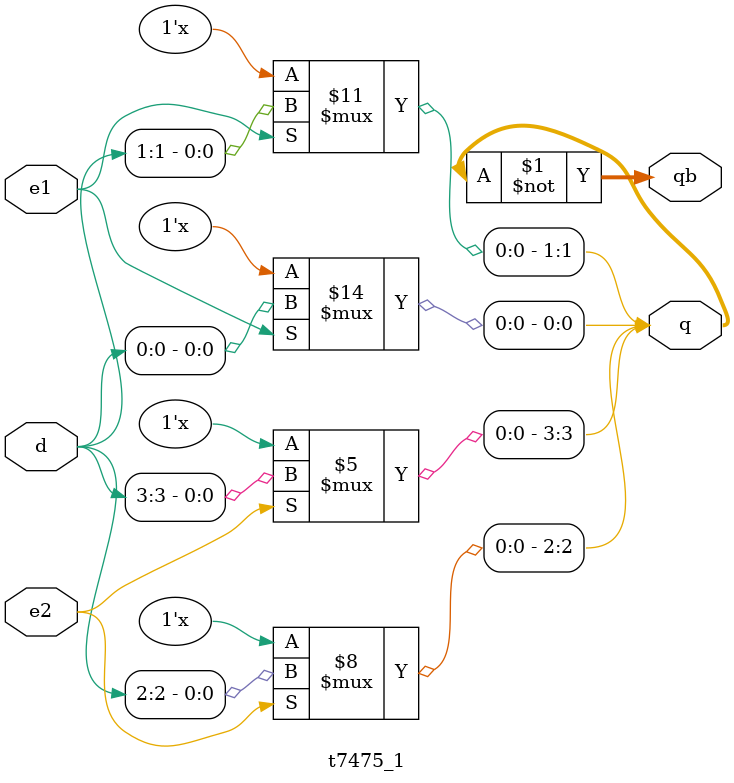
<source format=v>
`timescale 1ns/1ns
module t7475_1 (d, e1, e2, q, qb);
input [3:0] d; // input
input e1; //enable e12
input e2; //enable e34

output [3:0] q;
output [3:0] qb; // ~q
reg [3:0] q;
assign #(20,15) qb = ~q;

always @ (*)
  if(e1) #30 begin q[0]<=d[0]; q[1]<=d[1]; end
  else #30 begin q[0]<=q[0]; q[1]<=q[1]; end

always @(*)
  if(e2) #30 begin q[2]<=d[2]; q[3]<=d[3]; end
  else #30 begin q[2]<=q[2]; q[3]<=q[3]; end


endmodule 
</source>
